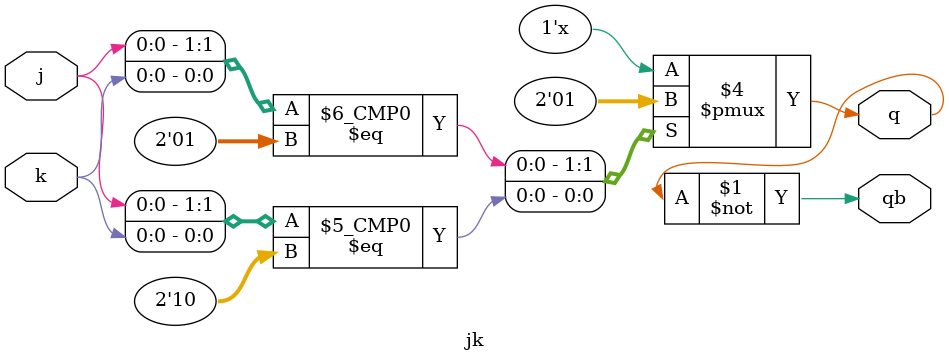
<source format=v>
module jk(input j,k,output reg q,output qb); 
assign qb=~q;
always @(*) begin
case ({j,k})
2'b00:q=q;
2'b01:q=1'b0;
2'b10:q=1'b1;
2'b11:q=1'bx;
endcase
end
endmodule

</source>
